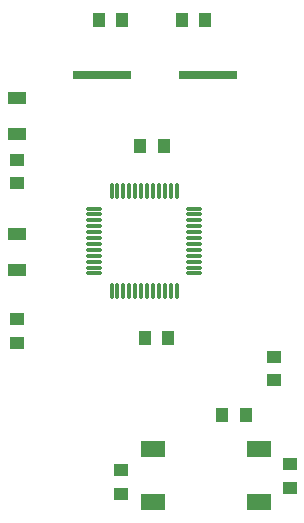
<source format=gtp>
G04*
G04 #@! TF.GenerationSoftware,Altium Limited,Altium Designer,20.0.14 (345)*
G04*
G04 Layer_Color=8421504*
%FSAX44Y44*%
%MOMM*%
G71*
G01*
G75*
%ADD13R,1.2500X1.0000*%
%ADD14R,1.0000X1.2500*%
%ADD15R,1.6000X1.0000*%
%ADD16R,2.1000X1.4000*%
%ADD17R,5.0000X0.8000*%
%ADD18O,0.3000X1.4000*%
%ADD19O,1.4000X0.3000*%
D13*
X00389000Y00535000D02*
D03*
Y00515000D02*
D03*
X00518445Y00631300D02*
D03*
Y00611300D02*
D03*
X00301000Y00777965D02*
D03*
Y00797965D02*
D03*
Y00643250D02*
D03*
Y00663250D02*
D03*
X00532000Y00540000D02*
D03*
Y00520000D02*
D03*
D14*
X00425439Y00810011D02*
D03*
X00405439D02*
D03*
X00409263Y00647111D02*
D03*
X00429263D02*
D03*
X00495100Y00582300D02*
D03*
X00475100D02*
D03*
X00440542Y00916500D02*
D03*
X00460542D02*
D03*
X00390289D02*
D03*
X00370289D02*
D03*
D15*
X00301000Y00850000D02*
D03*
Y00820000D02*
D03*
Y00734910D02*
D03*
Y00704910D02*
D03*
D16*
X00416000Y00553000D02*
D03*
Y00508000D02*
D03*
X00506000Y00553000D02*
D03*
Y00508000D02*
D03*
D17*
X00463000Y00870000D02*
D03*
X00373000D02*
D03*
D18*
X00381326Y00771212D02*
D03*
X00386325D02*
D03*
X00391326D02*
D03*
X00396325D02*
D03*
X00401326D02*
D03*
X00406325D02*
D03*
X00411326D02*
D03*
X00416326D02*
D03*
X00421325D02*
D03*
X00426326D02*
D03*
X00431325D02*
D03*
X00436326D02*
D03*
Y00687212D02*
D03*
X00431325D02*
D03*
X00426326D02*
D03*
X00421325D02*
D03*
X00416326D02*
D03*
X00411326D02*
D03*
X00406325D02*
D03*
X00401326D02*
D03*
X00396325D02*
D03*
X00391326D02*
D03*
X00386325D02*
D03*
X00381326D02*
D03*
D19*
X00450826Y00756712D02*
D03*
Y00751712D02*
D03*
Y00746712D02*
D03*
Y00741712D02*
D03*
Y00736712D02*
D03*
Y00731712D02*
D03*
Y00726712D02*
D03*
Y00721712D02*
D03*
Y00716712D02*
D03*
Y00711712D02*
D03*
Y00706712D02*
D03*
Y00701712D02*
D03*
X00366826D02*
D03*
Y00706712D02*
D03*
Y00711712D02*
D03*
Y00716712D02*
D03*
Y00721712D02*
D03*
Y00726712D02*
D03*
Y00731712D02*
D03*
Y00736712D02*
D03*
Y00741712D02*
D03*
Y00746712D02*
D03*
Y00751712D02*
D03*
Y00756712D02*
D03*
M02*

</source>
